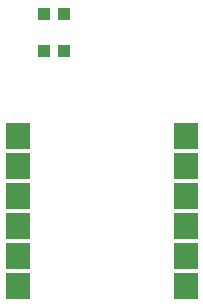
<source format=gbr>
G04 EAGLE Gerber RS-274X export*
G75*
%MOMM*%
%FSLAX34Y34*%
%LPD*%
%INSolderpaste Top*%
%IPPOS*%
%AMOC8*
5,1,8,0,0,1.08239X$1,22.5*%
G01*
%ADD10R,1.000000X1.100000*%
%ADD11R,2.159000X2.286000*%


D10*
X55900Y1217000D03*
X72900Y1217000D03*
X55900Y1248900D03*
X72900Y1248900D03*
D11*
X33875Y1145170D03*
X33875Y1119770D03*
X33875Y1094370D03*
X33875Y1068970D03*
X33875Y1043570D03*
X33875Y1018170D03*
X176125Y1018170D03*
X176125Y1043570D03*
X176125Y1068970D03*
X176125Y1094370D03*
X176125Y1119770D03*
X176125Y1145170D03*
M02*

</source>
